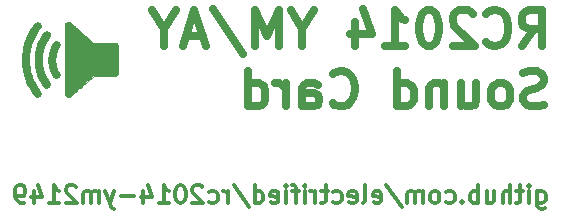
<source format=gbr>
G04 #@! TF.FileFunction,Legend,Bot*
%FSLAX46Y46*%
G04 Gerber Fmt 4.6, Leading zero omitted, Abs format (unit mm)*
G04 Created by KiCad (PCBNEW 4.0.6) date Sun Apr  2 22:38:37 2017*
%MOMM*%
%LPD*%
G01*
G04 APERTURE LIST*
%ADD10C,0.100000*%
%ADD11C,0.300000*%
%ADD12C,0.635000*%
%ADD13C,0.010000*%
G04 APERTURE END LIST*
D10*
D11*
X150019998Y-158428571D02*
X150019998Y-159642857D01*
X150091427Y-159785714D01*
X150162855Y-159857143D01*
X150305712Y-159928571D01*
X150519998Y-159928571D01*
X150662855Y-159857143D01*
X150019998Y-159357143D02*
X150162855Y-159428571D01*
X150448569Y-159428571D01*
X150591427Y-159357143D01*
X150662855Y-159285714D01*
X150734284Y-159142857D01*
X150734284Y-158714286D01*
X150662855Y-158571429D01*
X150591427Y-158500000D01*
X150448569Y-158428571D01*
X150162855Y-158428571D01*
X150019998Y-158500000D01*
X149305712Y-159428571D02*
X149305712Y-158428571D01*
X149305712Y-157928571D02*
X149377141Y-158000000D01*
X149305712Y-158071429D01*
X149234284Y-158000000D01*
X149305712Y-157928571D01*
X149305712Y-158071429D01*
X148805712Y-158428571D02*
X148234283Y-158428571D01*
X148591426Y-157928571D02*
X148591426Y-159214286D01*
X148519998Y-159357143D01*
X148377140Y-159428571D01*
X148234283Y-159428571D01*
X147734283Y-159428571D02*
X147734283Y-157928571D01*
X147091426Y-159428571D02*
X147091426Y-158642857D01*
X147162855Y-158500000D01*
X147305712Y-158428571D01*
X147519997Y-158428571D01*
X147662855Y-158500000D01*
X147734283Y-158571429D01*
X145734283Y-158428571D02*
X145734283Y-159428571D01*
X146377140Y-158428571D02*
X146377140Y-159214286D01*
X146305712Y-159357143D01*
X146162854Y-159428571D01*
X145948569Y-159428571D01*
X145805712Y-159357143D01*
X145734283Y-159285714D01*
X145019997Y-159428571D02*
X145019997Y-157928571D01*
X145019997Y-158500000D02*
X144877140Y-158428571D01*
X144591426Y-158428571D01*
X144448569Y-158500000D01*
X144377140Y-158571429D01*
X144305711Y-158714286D01*
X144305711Y-159142857D01*
X144377140Y-159285714D01*
X144448569Y-159357143D01*
X144591426Y-159428571D01*
X144877140Y-159428571D01*
X145019997Y-159357143D01*
X143662854Y-159285714D02*
X143591426Y-159357143D01*
X143662854Y-159428571D01*
X143734283Y-159357143D01*
X143662854Y-159285714D01*
X143662854Y-159428571D01*
X142305711Y-159357143D02*
X142448568Y-159428571D01*
X142734282Y-159428571D01*
X142877140Y-159357143D01*
X142948568Y-159285714D01*
X143019997Y-159142857D01*
X143019997Y-158714286D01*
X142948568Y-158571429D01*
X142877140Y-158500000D01*
X142734282Y-158428571D01*
X142448568Y-158428571D01*
X142305711Y-158500000D01*
X141448568Y-159428571D02*
X141591426Y-159357143D01*
X141662854Y-159285714D01*
X141734283Y-159142857D01*
X141734283Y-158714286D01*
X141662854Y-158571429D01*
X141591426Y-158500000D01*
X141448568Y-158428571D01*
X141234283Y-158428571D01*
X141091426Y-158500000D01*
X141019997Y-158571429D01*
X140948568Y-158714286D01*
X140948568Y-159142857D01*
X141019997Y-159285714D01*
X141091426Y-159357143D01*
X141234283Y-159428571D01*
X141448568Y-159428571D01*
X140305711Y-159428571D02*
X140305711Y-158428571D01*
X140305711Y-158571429D02*
X140234283Y-158500000D01*
X140091425Y-158428571D01*
X139877140Y-158428571D01*
X139734283Y-158500000D01*
X139662854Y-158642857D01*
X139662854Y-159428571D01*
X139662854Y-158642857D02*
X139591425Y-158500000D01*
X139448568Y-158428571D01*
X139234283Y-158428571D01*
X139091425Y-158500000D01*
X139019997Y-158642857D01*
X139019997Y-159428571D01*
X137234283Y-157857143D02*
X138519997Y-159785714D01*
X136162854Y-159357143D02*
X136305711Y-159428571D01*
X136591425Y-159428571D01*
X136734282Y-159357143D01*
X136805711Y-159214286D01*
X136805711Y-158642857D01*
X136734282Y-158500000D01*
X136591425Y-158428571D01*
X136305711Y-158428571D01*
X136162854Y-158500000D01*
X136091425Y-158642857D01*
X136091425Y-158785714D01*
X136805711Y-158928571D01*
X135234282Y-159428571D02*
X135377140Y-159357143D01*
X135448568Y-159214286D01*
X135448568Y-157928571D01*
X134091426Y-159357143D02*
X134234283Y-159428571D01*
X134519997Y-159428571D01*
X134662854Y-159357143D01*
X134734283Y-159214286D01*
X134734283Y-158642857D01*
X134662854Y-158500000D01*
X134519997Y-158428571D01*
X134234283Y-158428571D01*
X134091426Y-158500000D01*
X134019997Y-158642857D01*
X134019997Y-158785714D01*
X134734283Y-158928571D01*
X132734283Y-159357143D02*
X132877140Y-159428571D01*
X133162854Y-159428571D01*
X133305712Y-159357143D01*
X133377140Y-159285714D01*
X133448569Y-159142857D01*
X133448569Y-158714286D01*
X133377140Y-158571429D01*
X133305712Y-158500000D01*
X133162854Y-158428571D01*
X132877140Y-158428571D01*
X132734283Y-158500000D01*
X132305712Y-158428571D02*
X131734283Y-158428571D01*
X132091426Y-157928571D02*
X132091426Y-159214286D01*
X132019998Y-159357143D01*
X131877140Y-159428571D01*
X131734283Y-159428571D01*
X131234283Y-159428571D02*
X131234283Y-158428571D01*
X131234283Y-158714286D02*
X131162855Y-158571429D01*
X131091426Y-158500000D01*
X130948569Y-158428571D01*
X130805712Y-158428571D01*
X130305712Y-159428571D02*
X130305712Y-158428571D01*
X130305712Y-157928571D02*
X130377141Y-158000000D01*
X130305712Y-158071429D01*
X130234284Y-158000000D01*
X130305712Y-157928571D01*
X130305712Y-158071429D01*
X129805712Y-158428571D02*
X129234283Y-158428571D01*
X129591426Y-159428571D02*
X129591426Y-158142857D01*
X129519998Y-158000000D01*
X129377140Y-157928571D01*
X129234283Y-157928571D01*
X128734283Y-159428571D02*
X128734283Y-158428571D01*
X128734283Y-157928571D02*
X128805712Y-158000000D01*
X128734283Y-158071429D01*
X128662855Y-158000000D01*
X128734283Y-157928571D01*
X128734283Y-158071429D01*
X127448569Y-159357143D02*
X127591426Y-159428571D01*
X127877140Y-159428571D01*
X128019997Y-159357143D01*
X128091426Y-159214286D01*
X128091426Y-158642857D01*
X128019997Y-158500000D01*
X127877140Y-158428571D01*
X127591426Y-158428571D01*
X127448569Y-158500000D01*
X127377140Y-158642857D01*
X127377140Y-158785714D01*
X128091426Y-158928571D01*
X126091426Y-159428571D02*
X126091426Y-157928571D01*
X126091426Y-159357143D02*
X126234283Y-159428571D01*
X126519997Y-159428571D01*
X126662855Y-159357143D01*
X126734283Y-159285714D01*
X126805712Y-159142857D01*
X126805712Y-158714286D01*
X126734283Y-158571429D01*
X126662855Y-158500000D01*
X126519997Y-158428571D01*
X126234283Y-158428571D01*
X126091426Y-158500000D01*
X124305712Y-157857143D02*
X125591426Y-159785714D01*
X123805711Y-159428571D02*
X123805711Y-158428571D01*
X123805711Y-158714286D02*
X123734283Y-158571429D01*
X123662854Y-158500000D01*
X123519997Y-158428571D01*
X123377140Y-158428571D01*
X122234283Y-159357143D02*
X122377140Y-159428571D01*
X122662854Y-159428571D01*
X122805712Y-159357143D01*
X122877140Y-159285714D01*
X122948569Y-159142857D01*
X122948569Y-158714286D01*
X122877140Y-158571429D01*
X122805712Y-158500000D01*
X122662854Y-158428571D01*
X122377140Y-158428571D01*
X122234283Y-158500000D01*
X121662855Y-158071429D02*
X121591426Y-158000000D01*
X121448569Y-157928571D01*
X121091426Y-157928571D01*
X120948569Y-158000000D01*
X120877140Y-158071429D01*
X120805712Y-158214286D01*
X120805712Y-158357143D01*
X120877140Y-158571429D01*
X121734283Y-159428571D01*
X120805712Y-159428571D01*
X119877141Y-157928571D02*
X119734284Y-157928571D01*
X119591427Y-158000000D01*
X119519998Y-158071429D01*
X119448569Y-158214286D01*
X119377141Y-158500000D01*
X119377141Y-158857143D01*
X119448569Y-159142857D01*
X119519998Y-159285714D01*
X119591427Y-159357143D01*
X119734284Y-159428571D01*
X119877141Y-159428571D01*
X120019998Y-159357143D01*
X120091427Y-159285714D01*
X120162855Y-159142857D01*
X120234284Y-158857143D01*
X120234284Y-158500000D01*
X120162855Y-158214286D01*
X120091427Y-158071429D01*
X120019998Y-158000000D01*
X119877141Y-157928571D01*
X117948570Y-159428571D02*
X118805713Y-159428571D01*
X118377141Y-159428571D02*
X118377141Y-157928571D01*
X118519998Y-158142857D01*
X118662856Y-158285714D01*
X118805713Y-158357143D01*
X116662856Y-158428571D02*
X116662856Y-159428571D01*
X117019999Y-157857143D02*
X117377142Y-158928571D01*
X116448570Y-158928571D01*
X115877142Y-158857143D02*
X114734285Y-158857143D01*
X114162856Y-158428571D02*
X113805713Y-159428571D01*
X113448571Y-158428571D02*
X113805713Y-159428571D01*
X113948571Y-159785714D01*
X114019999Y-159857143D01*
X114162856Y-159928571D01*
X112877142Y-159428571D02*
X112877142Y-158428571D01*
X112877142Y-158571429D02*
X112805714Y-158500000D01*
X112662856Y-158428571D01*
X112448571Y-158428571D01*
X112305714Y-158500000D01*
X112234285Y-158642857D01*
X112234285Y-159428571D01*
X112234285Y-158642857D02*
X112162856Y-158500000D01*
X112019999Y-158428571D01*
X111805714Y-158428571D01*
X111662856Y-158500000D01*
X111591428Y-158642857D01*
X111591428Y-159428571D01*
X110948571Y-158071429D02*
X110877142Y-158000000D01*
X110734285Y-157928571D01*
X110377142Y-157928571D01*
X110234285Y-158000000D01*
X110162856Y-158071429D01*
X110091428Y-158214286D01*
X110091428Y-158357143D01*
X110162856Y-158571429D01*
X111019999Y-159428571D01*
X110091428Y-159428571D01*
X108662857Y-159428571D02*
X109520000Y-159428571D01*
X109091428Y-159428571D02*
X109091428Y-157928571D01*
X109234285Y-158142857D01*
X109377143Y-158285714D01*
X109520000Y-158357143D01*
X107377143Y-158428571D02*
X107377143Y-159428571D01*
X107734286Y-157857143D02*
X108091429Y-158928571D01*
X107162857Y-158928571D01*
X106520001Y-159428571D02*
X106234286Y-159428571D01*
X106091429Y-159357143D01*
X106020001Y-159285714D01*
X105877143Y-159071429D01*
X105805715Y-158785714D01*
X105805715Y-158214286D01*
X105877143Y-158071429D01*
X105948572Y-158000000D01*
X106091429Y-157928571D01*
X106377143Y-157928571D01*
X106520001Y-158000000D01*
X106591429Y-158071429D01*
X106662858Y-158214286D01*
X106662858Y-158571429D01*
X106591429Y-158714286D01*
X106520001Y-158785714D01*
X106377143Y-158857143D01*
X106091429Y-158857143D01*
X105948572Y-158785714D01*
X105877143Y-158714286D01*
X105805715Y-158571429D01*
D12*
X148701429Y-146104563D02*
X149701429Y-144675991D01*
X150415714Y-146104563D02*
X150415714Y-143104563D01*
X149272857Y-143104563D01*
X148987143Y-143247420D01*
X148844286Y-143390277D01*
X148701429Y-143675991D01*
X148701429Y-144104563D01*
X148844286Y-144390277D01*
X148987143Y-144533134D01*
X149272857Y-144675991D01*
X150415714Y-144675991D01*
X145701429Y-145818849D02*
X145844286Y-145961706D01*
X146272857Y-146104563D01*
X146558571Y-146104563D01*
X146987143Y-145961706D01*
X147272857Y-145675991D01*
X147415714Y-145390277D01*
X147558571Y-144818849D01*
X147558571Y-144390277D01*
X147415714Y-143818849D01*
X147272857Y-143533134D01*
X146987143Y-143247420D01*
X146558571Y-143104563D01*
X146272857Y-143104563D01*
X145844286Y-143247420D01*
X145701429Y-143390277D01*
X144558571Y-143390277D02*
X144415714Y-143247420D01*
X144130000Y-143104563D01*
X143415714Y-143104563D01*
X143130000Y-143247420D01*
X142987143Y-143390277D01*
X142844286Y-143675991D01*
X142844286Y-143961706D01*
X142987143Y-144390277D01*
X144701429Y-146104563D01*
X142844286Y-146104563D01*
X140987143Y-143104563D02*
X140701428Y-143104563D01*
X140415714Y-143247420D01*
X140272857Y-143390277D01*
X140130000Y-143675991D01*
X139987143Y-144247420D01*
X139987143Y-144961706D01*
X140130000Y-145533134D01*
X140272857Y-145818849D01*
X140415714Y-145961706D01*
X140701428Y-146104563D01*
X140987143Y-146104563D01*
X141272857Y-145961706D01*
X141415714Y-145818849D01*
X141558571Y-145533134D01*
X141701428Y-144961706D01*
X141701428Y-144247420D01*
X141558571Y-143675991D01*
X141415714Y-143390277D01*
X141272857Y-143247420D01*
X140987143Y-143104563D01*
X137130000Y-146104563D02*
X138844285Y-146104563D01*
X137987143Y-146104563D02*
X137987143Y-143104563D01*
X138272857Y-143533134D01*
X138558571Y-143818849D01*
X138844285Y-143961706D01*
X134558571Y-144104563D02*
X134558571Y-146104563D01*
X135272857Y-142961706D02*
X135987142Y-145104563D01*
X134130000Y-145104563D01*
X130130000Y-144675991D02*
X130130000Y-146104563D01*
X131130000Y-143104563D02*
X130130000Y-144675991D01*
X129130000Y-143104563D01*
X128129999Y-146104563D02*
X128129999Y-143104563D01*
X127129999Y-145247420D01*
X126129999Y-143104563D01*
X126129999Y-146104563D01*
X122558571Y-142961706D02*
X125130000Y-146818849D01*
X121701428Y-145247420D02*
X120272857Y-145247420D01*
X121987143Y-146104563D02*
X120987143Y-143104563D01*
X119987143Y-146104563D01*
X118415714Y-144675991D02*
X118415714Y-146104563D01*
X119415714Y-143104563D02*
X118415714Y-144675991D01*
X117415714Y-143104563D01*
X150558571Y-151096706D02*
X150130000Y-151239563D01*
X149415714Y-151239563D01*
X149130000Y-151096706D01*
X148987143Y-150953849D01*
X148844286Y-150668134D01*
X148844286Y-150382420D01*
X148987143Y-150096706D01*
X149130000Y-149953849D01*
X149415714Y-149810991D01*
X149987143Y-149668134D01*
X150272857Y-149525277D01*
X150415714Y-149382420D01*
X150558571Y-149096706D01*
X150558571Y-148810991D01*
X150415714Y-148525277D01*
X150272857Y-148382420D01*
X149987143Y-148239563D01*
X149272857Y-148239563D01*
X148844286Y-148382420D01*
X147130000Y-151239563D02*
X147415714Y-151096706D01*
X147558571Y-150953849D01*
X147701428Y-150668134D01*
X147701428Y-149810991D01*
X147558571Y-149525277D01*
X147415714Y-149382420D01*
X147130000Y-149239563D01*
X146701428Y-149239563D01*
X146415714Y-149382420D01*
X146272857Y-149525277D01*
X146130000Y-149810991D01*
X146130000Y-150668134D01*
X146272857Y-150953849D01*
X146415714Y-151096706D01*
X146701428Y-151239563D01*
X147130000Y-151239563D01*
X143558571Y-149239563D02*
X143558571Y-151239563D01*
X144844285Y-149239563D02*
X144844285Y-150810991D01*
X144701428Y-151096706D01*
X144415714Y-151239563D01*
X143987142Y-151239563D01*
X143701428Y-151096706D01*
X143558571Y-150953849D01*
X142129999Y-149239563D02*
X142129999Y-151239563D01*
X142129999Y-149525277D02*
X141987142Y-149382420D01*
X141701428Y-149239563D01*
X141272856Y-149239563D01*
X140987142Y-149382420D01*
X140844285Y-149668134D01*
X140844285Y-151239563D01*
X138129999Y-151239563D02*
X138129999Y-148239563D01*
X138129999Y-151096706D02*
X138415713Y-151239563D01*
X138987142Y-151239563D01*
X139272856Y-151096706D01*
X139415713Y-150953849D01*
X139558570Y-150668134D01*
X139558570Y-149810991D01*
X139415713Y-149525277D01*
X139272856Y-149382420D01*
X138987142Y-149239563D01*
X138415713Y-149239563D01*
X138129999Y-149382420D01*
X132701428Y-150953849D02*
X132844285Y-151096706D01*
X133272856Y-151239563D01*
X133558570Y-151239563D01*
X133987142Y-151096706D01*
X134272856Y-150810991D01*
X134415713Y-150525277D01*
X134558570Y-149953849D01*
X134558570Y-149525277D01*
X134415713Y-148953849D01*
X134272856Y-148668134D01*
X133987142Y-148382420D01*
X133558570Y-148239563D01*
X133272856Y-148239563D01*
X132844285Y-148382420D01*
X132701428Y-148525277D01*
X130129999Y-151239563D02*
X130129999Y-149668134D01*
X130272856Y-149382420D01*
X130558570Y-149239563D01*
X131129999Y-149239563D01*
X131415713Y-149382420D01*
X130129999Y-151096706D02*
X130415713Y-151239563D01*
X131129999Y-151239563D01*
X131415713Y-151096706D01*
X131558570Y-150810991D01*
X131558570Y-150525277D01*
X131415713Y-150239563D01*
X131129999Y-150096706D01*
X130415713Y-150096706D01*
X130129999Y-149953849D01*
X128701427Y-151239563D02*
X128701427Y-149239563D01*
X128701427Y-149810991D02*
X128558570Y-149525277D01*
X128415713Y-149382420D01*
X128129999Y-149239563D01*
X127844284Y-149239563D01*
X125558570Y-151239563D02*
X125558570Y-148239563D01*
X125558570Y-151096706D02*
X125844284Y-151239563D01*
X126415713Y-151239563D01*
X126701427Y-151096706D01*
X126844284Y-150953849D01*
X126987141Y-150668134D01*
X126987141Y-149810991D01*
X126844284Y-149525277D01*
X126701427Y-149382420D01*
X126415713Y-149239563D01*
X125844284Y-149239563D01*
X125558570Y-149382420D01*
D13*
G36*
X110252092Y-144093368D02*
X110222931Y-144098783D01*
X110216156Y-144100716D01*
X110169828Y-144119085D01*
X110128301Y-144143528D01*
X110091978Y-144173577D01*
X110061260Y-144208760D01*
X110036552Y-144248606D01*
X110018255Y-144292646D01*
X110006773Y-144340407D01*
X110005852Y-144346514D01*
X110005556Y-144351221D01*
X110005274Y-144361123D01*
X110005006Y-144376309D01*
X110004751Y-144396873D01*
X110004510Y-144422907D01*
X110004283Y-144454502D01*
X110004069Y-144491751D01*
X110003868Y-144534745D01*
X110003680Y-144583577D01*
X110003506Y-144638339D01*
X110003344Y-144699122D01*
X110003196Y-144766019D01*
X110003060Y-144839122D01*
X110002937Y-144918523D01*
X110002826Y-145004313D01*
X110002728Y-145096585D01*
X110002642Y-145195430D01*
X110002569Y-145300942D01*
X110002508Y-145413211D01*
X110002458Y-145532331D01*
X110002421Y-145658392D01*
X110002396Y-145791487D01*
X110002383Y-145931708D01*
X110002381Y-146079146D01*
X110002391Y-146233895D01*
X110002412Y-146396046D01*
X110002445Y-146565691D01*
X110002488Y-146742921D01*
X110002544Y-146927830D01*
X110002610Y-147120509D01*
X110002672Y-147284282D01*
X110002745Y-147466636D01*
X110002817Y-147641223D01*
X110002887Y-147808213D01*
X110002956Y-147967777D01*
X110003025Y-148120083D01*
X110003095Y-148265303D01*
X110003164Y-148403607D01*
X110003236Y-148535164D01*
X110003308Y-148660146D01*
X110003383Y-148778722D01*
X110003461Y-148891062D01*
X110003541Y-148997337D01*
X110003625Y-149097717D01*
X110003713Y-149192372D01*
X110003806Y-149281472D01*
X110003903Y-149365187D01*
X110004006Y-149443688D01*
X110004115Y-149517145D01*
X110004230Y-149585728D01*
X110004353Y-149649607D01*
X110004482Y-149708952D01*
X110004619Y-149763935D01*
X110004765Y-149814723D01*
X110004920Y-149861489D01*
X110005083Y-149904402D01*
X110005257Y-149943633D01*
X110005441Y-149979351D01*
X110005635Y-150011726D01*
X110005841Y-150040930D01*
X110006058Y-150067132D01*
X110006288Y-150090502D01*
X110006530Y-150111210D01*
X110006785Y-150129428D01*
X110007054Y-150145324D01*
X110007337Y-150159070D01*
X110007634Y-150170834D01*
X110007946Y-150180789D01*
X110008274Y-150189103D01*
X110008618Y-150195947D01*
X110008978Y-150201491D01*
X110009355Y-150205905D01*
X110009750Y-150209360D01*
X110010162Y-150212025D01*
X110010593Y-150214071D01*
X110010899Y-150215203D01*
X110018282Y-150236457D01*
X110028259Y-150260312D01*
X110039461Y-150283801D01*
X110050522Y-150303955D01*
X110055119Y-150311189D01*
X110070407Y-150330654D01*
X110090294Y-150351521D01*
X110112366Y-150371473D01*
X110134211Y-150388191D01*
X110137720Y-150390540D01*
X110178719Y-150412751D01*
X110222908Y-150428312D01*
X110268921Y-150436930D01*
X110315392Y-150438316D01*
X110346646Y-150434964D01*
X110378757Y-150427236D01*
X110412418Y-150414983D01*
X110443896Y-150399606D01*
X110449542Y-150396316D01*
X110455032Y-150392216D01*
X110466377Y-150383022D01*
X110483445Y-150368848D01*
X110506101Y-150349809D01*
X110534213Y-150326019D01*
X110567647Y-150297594D01*
X110606268Y-150264647D01*
X110649945Y-150227293D01*
X110698543Y-150185647D01*
X110751929Y-150139824D01*
X110809970Y-150089938D01*
X110872531Y-150036103D01*
X110939480Y-149978435D01*
X111010682Y-149917048D01*
X111086005Y-149852056D01*
X111165316Y-149783574D01*
X111248479Y-149711717D01*
X111335363Y-149636600D01*
X111425833Y-149558336D01*
X111464328Y-149525022D01*
X112452547Y-148669711D01*
X113350127Y-148669543D01*
X113451367Y-148669527D01*
X113544984Y-148669513D01*
X113631292Y-148669495D01*
X113710606Y-148669465D01*
X113783240Y-148669417D01*
X113849508Y-148669344D01*
X113909725Y-148669240D01*
X113964206Y-148669096D01*
X114013264Y-148668907D01*
X114057214Y-148668666D01*
X114096370Y-148668366D01*
X114131047Y-148667999D01*
X114161559Y-148667560D01*
X114188221Y-148667041D01*
X114211346Y-148666435D01*
X114231250Y-148665736D01*
X114248247Y-148664936D01*
X114262650Y-148664030D01*
X114274776Y-148663009D01*
X114284937Y-148661868D01*
X114293448Y-148660599D01*
X114300623Y-148659196D01*
X114306778Y-148657651D01*
X114312226Y-148655958D01*
X114317282Y-148654111D01*
X114322260Y-148652101D01*
X114327475Y-148649923D01*
X114331707Y-148648184D01*
X114366377Y-148631862D01*
X114396985Y-148612045D01*
X114426414Y-148586819D01*
X114431297Y-148582063D01*
X114462598Y-148546182D01*
X114487248Y-148506711D01*
X114505154Y-148464985D01*
X114516297Y-148433235D01*
X114517393Y-147264438D01*
X114517507Y-147148632D01*
X114517622Y-147040491D01*
X114517731Y-146939742D01*
X114517829Y-146846113D01*
X114517909Y-146759330D01*
X114517967Y-146679123D01*
X114517997Y-146605216D01*
X114517992Y-146537339D01*
X114517947Y-146475219D01*
X114517856Y-146418582D01*
X114517714Y-146367157D01*
X114517514Y-146320670D01*
X114517250Y-146278849D01*
X114516918Y-146241421D01*
X114516511Y-146208114D01*
X114516024Y-146178655D01*
X114515450Y-146152772D01*
X114514784Y-146130191D01*
X114514021Y-146110641D01*
X114513153Y-146093848D01*
X114512177Y-146079540D01*
X114511085Y-146067444D01*
X114509872Y-146057288D01*
X114508533Y-146048799D01*
X114507061Y-146041705D01*
X114505451Y-146035732D01*
X114503696Y-146030608D01*
X114501792Y-146026061D01*
X114499733Y-146021818D01*
X114497512Y-146017606D01*
X114495124Y-146013153D01*
X114492563Y-146008186D01*
X114490712Y-146004360D01*
X114466725Y-145962247D01*
X114436799Y-145925240D01*
X114401345Y-145893684D01*
X114360774Y-145867921D01*
X114315497Y-145848296D01*
X114297169Y-145842526D01*
X114266266Y-145833740D01*
X113344393Y-145832640D01*
X112422521Y-145831540D01*
X111455166Y-144994856D01*
X111379128Y-144929099D01*
X111304536Y-144864610D01*
X111231621Y-144801590D01*
X111160613Y-144740234D01*
X111091740Y-144680743D01*
X111025234Y-144623313D01*
X110961323Y-144568143D01*
X110900239Y-144515431D01*
X110842210Y-144465375D01*
X110787467Y-144418173D01*
X110736239Y-144374024D01*
X110688756Y-144333125D01*
X110645249Y-144295675D01*
X110605947Y-144261871D01*
X110571079Y-144231912D01*
X110540877Y-144205997D01*
X110515569Y-144184322D01*
X110495386Y-144167087D01*
X110480557Y-144154489D01*
X110471313Y-144146726D01*
X110468069Y-144144114D01*
X110435656Y-144124016D01*
X110400038Y-144108043D01*
X110378775Y-144100737D01*
X110351193Y-144094541D01*
X110319021Y-144091247D01*
X110285055Y-144090856D01*
X110252092Y-144093368D01*
X110252092Y-144093368D01*
G37*
X110252092Y-144093368D02*
X110222931Y-144098783D01*
X110216156Y-144100716D01*
X110169828Y-144119085D01*
X110128301Y-144143528D01*
X110091978Y-144173577D01*
X110061260Y-144208760D01*
X110036552Y-144248606D01*
X110018255Y-144292646D01*
X110006773Y-144340407D01*
X110005852Y-144346514D01*
X110005556Y-144351221D01*
X110005274Y-144361123D01*
X110005006Y-144376309D01*
X110004751Y-144396873D01*
X110004510Y-144422907D01*
X110004283Y-144454502D01*
X110004069Y-144491751D01*
X110003868Y-144534745D01*
X110003680Y-144583577D01*
X110003506Y-144638339D01*
X110003344Y-144699122D01*
X110003196Y-144766019D01*
X110003060Y-144839122D01*
X110002937Y-144918523D01*
X110002826Y-145004313D01*
X110002728Y-145096585D01*
X110002642Y-145195430D01*
X110002569Y-145300942D01*
X110002508Y-145413211D01*
X110002458Y-145532331D01*
X110002421Y-145658392D01*
X110002396Y-145791487D01*
X110002383Y-145931708D01*
X110002381Y-146079146D01*
X110002391Y-146233895D01*
X110002412Y-146396046D01*
X110002445Y-146565691D01*
X110002488Y-146742921D01*
X110002544Y-146927830D01*
X110002610Y-147120509D01*
X110002672Y-147284282D01*
X110002745Y-147466636D01*
X110002817Y-147641223D01*
X110002887Y-147808213D01*
X110002956Y-147967777D01*
X110003025Y-148120083D01*
X110003095Y-148265303D01*
X110003164Y-148403607D01*
X110003236Y-148535164D01*
X110003308Y-148660146D01*
X110003383Y-148778722D01*
X110003461Y-148891062D01*
X110003541Y-148997337D01*
X110003625Y-149097717D01*
X110003713Y-149192372D01*
X110003806Y-149281472D01*
X110003903Y-149365187D01*
X110004006Y-149443688D01*
X110004115Y-149517145D01*
X110004230Y-149585728D01*
X110004353Y-149649607D01*
X110004482Y-149708952D01*
X110004619Y-149763935D01*
X110004765Y-149814723D01*
X110004920Y-149861489D01*
X110005083Y-149904402D01*
X110005257Y-149943633D01*
X110005441Y-149979351D01*
X110005635Y-150011726D01*
X110005841Y-150040930D01*
X110006058Y-150067132D01*
X110006288Y-150090502D01*
X110006530Y-150111210D01*
X110006785Y-150129428D01*
X110007054Y-150145324D01*
X110007337Y-150159070D01*
X110007634Y-150170834D01*
X110007946Y-150180789D01*
X110008274Y-150189103D01*
X110008618Y-150195947D01*
X110008978Y-150201491D01*
X110009355Y-150205905D01*
X110009750Y-150209360D01*
X110010162Y-150212025D01*
X110010593Y-150214071D01*
X110010899Y-150215203D01*
X110018282Y-150236457D01*
X110028259Y-150260312D01*
X110039461Y-150283801D01*
X110050522Y-150303955D01*
X110055119Y-150311189D01*
X110070407Y-150330654D01*
X110090294Y-150351521D01*
X110112366Y-150371473D01*
X110134211Y-150388191D01*
X110137720Y-150390540D01*
X110178719Y-150412751D01*
X110222908Y-150428312D01*
X110268921Y-150436930D01*
X110315392Y-150438316D01*
X110346646Y-150434964D01*
X110378757Y-150427236D01*
X110412418Y-150414983D01*
X110443896Y-150399606D01*
X110449542Y-150396316D01*
X110455032Y-150392216D01*
X110466377Y-150383022D01*
X110483445Y-150368848D01*
X110506101Y-150349809D01*
X110534213Y-150326019D01*
X110567647Y-150297594D01*
X110606268Y-150264647D01*
X110649945Y-150227293D01*
X110698543Y-150185647D01*
X110751929Y-150139824D01*
X110809970Y-150089938D01*
X110872531Y-150036103D01*
X110939480Y-149978435D01*
X111010682Y-149917048D01*
X111086005Y-149852056D01*
X111165316Y-149783574D01*
X111248479Y-149711717D01*
X111335363Y-149636600D01*
X111425833Y-149558336D01*
X111464328Y-149525022D01*
X112452547Y-148669711D01*
X113350127Y-148669543D01*
X113451367Y-148669527D01*
X113544984Y-148669513D01*
X113631292Y-148669495D01*
X113710606Y-148669465D01*
X113783240Y-148669417D01*
X113849508Y-148669344D01*
X113909725Y-148669240D01*
X113964206Y-148669096D01*
X114013264Y-148668907D01*
X114057214Y-148668666D01*
X114096370Y-148668366D01*
X114131047Y-148667999D01*
X114161559Y-148667560D01*
X114188221Y-148667041D01*
X114211346Y-148666435D01*
X114231250Y-148665736D01*
X114248247Y-148664936D01*
X114262650Y-148664030D01*
X114274776Y-148663009D01*
X114284937Y-148661868D01*
X114293448Y-148660599D01*
X114300623Y-148659196D01*
X114306778Y-148657651D01*
X114312226Y-148655958D01*
X114317282Y-148654111D01*
X114322260Y-148652101D01*
X114327475Y-148649923D01*
X114331707Y-148648184D01*
X114366377Y-148631862D01*
X114396985Y-148612045D01*
X114426414Y-148586819D01*
X114431297Y-148582063D01*
X114462598Y-148546182D01*
X114487248Y-148506711D01*
X114505154Y-148464985D01*
X114516297Y-148433235D01*
X114517393Y-147264438D01*
X114517507Y-147148632D01*
X114517622Y-147040491D01*
X114517731Y-146939742D01*
X114517829Y-146846113D01*
X114517909Y-146759330D01*
X114517967Y-146679123D01*
X114517997Y-146605216D01*
X114517992Y-146537339D01*
X114517947Y-146475219D01*
X114517856Y-146418582D01*
X114517714Y-146367157D01*
X114517514Y-146320670D01*
X114517250Y-146278849D01*
X114516918Y-146241421D01*
X114516511Y-146208114D01*
X114516024Y-146178655D01*
X114515450Y-146152772D01*
X114514784Y-146130191D01*
X114514021Y-146110641D01*
X114513153Y-146093848D01*
X114512177Y-146079540D01*
X114511085Y-146067444D01*
X114509872Y-146057288D01*
X114508533Y-146048799D01*
X114507061Y-146041705D01*
X114505451Y-146035732D01*
X114503696Y-146030608D01*
X114501792Y-146026061D01*
X114499733Y-146021818D01*
X114497512Y-146017606D01*
X114495124Y-146013153D01*
X114492563Y-146008186D01*
X114490712Y-146004360D01*
X114466725Y-145962247D01*
X114436799Y-145925240D01*
X114401345Y-145893684D01*
X114360774Y-145867921D01*
X114315497Y-145848296D01*
X114297169Y-145842526D01*
X114266266Y-145833740D01*
X113344393Y-145832640D01*
X112422521Y-145831540D01*
X111455166Y-144994856D01*
X111379128Y-144929099D01*
X111304536Y-144864610D01*
X111231621Y-144801590D01*
X111160613Y-144740234D01*
X111091740Y-144680743D01*
X111025234Y-144623313D01*
X110961323Y-144568143D01*
X110900239Y-144515431D01*
X110842210Y-144465375D01*
X110787467Y-144418173D01*
X110736239Y-144374024D01*
X110688756Y-144333125D01*
X110645249Y-144295675D01*
X110605947Y-144261871D01*
X110571079Y-144231912D01*
X110540877Y-144205997D01*
X110515569Y-144184322D01*
X110495386Y-144167087D01*
X110480557Y-144154489D01*
X110471313Y-144146726D01*
X110468069Y-144144114D01*
X110435656Y-144124016D01*
X110400038Y-144108043D01*
X110378775Y-144100737D01*
X110351193Y-144094541D01*
X110319021Y-144091247D01*
X110285055Y-144090856D01*
X110252092Y-144093368D01*
G36*
X107623940Y-144124667D02*
X107579925Y-144137600D01*
X107536621Y-144157857D01*
X107530390Y-144161452D01*
X107511055Y-144174812D01*
X107489954Y-144193196D01*
X107466642Y-144217070D01*
X107440673Y-144246899D01*
X107411604Y-144283148D01*
X107401853Y-144295813D01*
X107283224Y-144457583D01*
X107171812Y-144622615D01*
X107067648Y-144790827D01*
X106970764Y-144962138D01*
X106881191Y-145136466D01*
X106798960Y-145313729D01*
X106724103Y-145493847D01*
X106656650Y-145676737D01*
X106596632Y-145862319D01*
X106544081Y-146050511D01*
X106499029Y-146241232D01*
X106461505Y-146434399D01*
X106431541Y-146629933D01*
X106409169Y-146827750D01*
X106402372Y-146907250D01*
X106396629Y-146995665D01*
X106392586Y-147089911D01*
X106390243Y-147188068D01*
X106389600Y-147288214D01*
X106390657Y-147388429D01*
X106393414Y-147486790D01*
X106397870Y-147581377D01*
X106402383Y-147649407D01*
X106421172Y-147845543D01*
X106447714Y-148040104D01*
X106481947Y-148232915D01*
X106523812Y-148423799D01*
X106573249Y-148612583D01*
X106630196Y-148799091D01*
X106694593Y-148983148D01*
X106766381Y-149164580D01*
X106845498Y-149343210D01*
X106931883Y-149518865D01*
X107025478Y-149691368D01*
X107126220Y-149860546D01*
X107211638Y-149992953D01*
X107236965Y-150030436D01*
X107263521Y-150068925D01*
X107290745Y-150107665D01*
X107318076Y-150145898D01*
X107344953Y-150182867D01*
X107370816Y-150217815D01*
X107395105Y-150249985D01*
X107417258Y-150278619D01*
X107436716Y-150302960D01*
X107452917Y-150322252D01*
X107465302Y-150335737D01*
X107465817Y-150336251D01*
X107501588Y-150366433D01*
X107541485Y-150390512D01*
X107584431Y-150408125D01*
X107629347Y-150418910D01*
X107675155Y-150422505D01*
X107713952Y-150419642D01*
X107758507Y-150409355D01*
X107803412Y-150391462D01*
X107813078Y-150386650D01*
X107841422Y-150368929D01*
X107869846Y-150345563D01*
X107896342Y-150318563D01*
X107918898Y-150289940D01*
X107933093Y-150266573D01*
X107952702Y-150220598D01*
X107964430Y-150173999D01*
X107968265Y-150126969D01*
X107964193Y-150079704D01*
X107952201Y-150032395D01*
X107949675Y-150025188D01*
X107944597Y-150012349D01*
X107938460Y-149999316D01*
X107930710Y-149985241D01*
X107920795Y-149969275D01*
X107908163Y-149950572D01*
X107892259Y-149928285D01*
X107872532Y-149901565D01*
X107848429Y-149869565D01*
X107846487Y-149867005D01*
X107739314Y-149719188D01*
X107638586Y-149566756D01*
X107544355Y-149409800D01*
X107456674Y-149248409D01*
X107375595Y-149082672D01*
X107324043Y-148967032D01*
X107255863Y-148797949D01*
X107195097Y-148626212D01*
X107141783Y-148452092D01*
X107095957Y-148275860D01*
X107057655Y-148097786D01*
X107026912Y-147918140D01*
X107003765Y-147737194D01*
X106988250Y-147555218D01*
X106980403Y-147372482D01*
X106980261Y-147189257D01*
X106987859Y-147005815D01*
X107003234Y-146822424D01*
X107019628Y-146686985D01*
X107048440Y-146505814D01*
X107084981Y-146326300D01*
X107129176Y-146148658D01*
X107180947Y-145973106D01*
X107240220Y-145799860D01*
X107306917Y-145629136D01*
X107380963Y-145461150D01*
X107462282Y-145296119D01*
X107550796Y-145134259D01*
X107589825Y-145067735D01*
X107649846Y-144970812D01*
X107715016Y-144871746D01*
X107783832Y-144772727D01*
X107854792Y-144675945D01*
X107891845Y-144627480D01*
X107918441Y-144591674D01*
X107939442Y-144559602D01*
X107955382Y-144529950D01*
X107966795Y-144501408D01*
X107974215Y-144472664D01*
X107978176Y-144442406D01*
X107979225Y-144412891D01*
X107975608Y-144365335D01*
X107965174Y-144320888D01*
X107948552Y-144279900D01*
X107926368Y-144242723D01*
X107899250Y-144209709D01*
X107867824Y-144181208D01*
X107832718Y-144157572D01*
X107794559Y-144139153D01*
X107753975Y-144126301D01*
X107711592Y-144119369D01*
X107668038Y-144118707D01*
X107623940Y-144124667D01*
X107623940Y-144124667D01*
G37*
X107623940Y-144124667D02*
X107579925Y-144137600D01*
X107536621Y-144157857D01*
X107530390Y-144161452D01*
X107511055Y-144174812D01*
X107489954Y-144193196D01*
X107466642Y-144217070D01*
X107440673Y-144246899D01*
X107411604Y-144283148D01*
X107401853Y-144295813D01*
X107283224Y-144457583D01*
X107171812Y-144622615D01*
X107067648Y-144790827D01*
X106970764Y-144962138D01*
X106881191Y-145136466D01*
X106798960Y-145313729D01*
X106724103Y-145493847D01*
X106656650Y-145676737D01*
X106596632Y-145862319D01*
X106544081Y-146050511D01*
X106499029Y-146241232D01*
X106461505Y-146434399D01*
X106431541Y-146629933D01*
X106409169Y-146827750D01*
X106402372Y-146907250D01*
X106396629Y-146995665D01*
X106392586Y-147089911D01*
X106390243Y-147188068D01*
X106389600Y-147288214D01*
X106390657Y-147388429D01*
X106393414Y-147486790D01*
X106397870Y-147581377D01*
X106402383Y-147649407D01*
X106421172Y-147845543D01*
X106447714Y-148040104D01*
X106481947Y-148232915D01*
X106523812Y-148423799D01*
X106573249Y-148612583D01*
X106630196Y-148799091D01*
X106694593Y-148983148D01*
X106766381Y-149164580D01*
X106845498Y-149343210D01*
X106931883Y-149518865D01*
X107025478Y-149691368D01*
X107126220Y-149860546D01*
X107211638Y-149992953D01*
X107236965Y-150030436D01*
X107263521Y-150068925D01*
X107290745Y-150107665D01*
X107318076Y-150145898D01*
X107344953Y-150182867D01*
X107370816Y-150217815D01*
X107395105Y-150249985D01*
X107417258Y-150278619D01*
X107436716Y-150302960D01*
X107452917Y-150322252D01*
X107465302Y-150335737D01*
X107465817Y-150336251D01*
X107501588Y-150366433D01*
X107541485Y-150390512D01*
X107584431Y-150408125D01*
X107629347Y-150418910D01*
X107675155Y-150422505D01*
X107713952Y-150419642D01*
X107758507Y-150409355D01*
X107803412Y-150391462D01*
X107813078Y-150386650D01*
X107841422Y-150368929D01*
X107869846Y-150345563D01*
X107896342Y-150318563D01*
X107918898Y-150289940D01*
X107933093Y-150266573D01*
X107952702Y-150220598D01*
X107964430Y-150173999D01*
X107968265Y-150126969D01*
X107964193Y-150079704D01*
X107952201Y-150032395D01*
X107949675Y-150025188D01*
X107944597Y-150012349D01*
X107938460Y-149999316D01*
X107930710Y-149985241D01*
X107920795Y-149969275D01*
X107908163Y-149950572D01*
X107892259Y-149928285D01*
X107872532Y-149901565D01*
X107848429Y-149869565D01*
X107846487Y-149867005D01*
X107739314Y-149719188D01*
X107638586Y-149566756D01*
X107544355Y-149409800D01*
X107456674Y-149248409D01*
X107375595Y-149082672D01*
X107324043Y-148967032D01*
X107255863Y-148797949D01*
X107195097Y-148626212D01*
X107141783Y-148452092D01*
X107095957Y-148275860D01*
X107057655Y-148097786D01*
X107026912Y-147918140D01*
X107003765Y-147737194D01*
X106988250Y-147555218D01*
X106980403Y-147372482D01*
X106980261Y-147189257D01*
X106987859Y-147005815D01*
X107003234Y-146822424D01*
X107019628Y-146686985D01*
X107048440Y-146505814D01*
X107084981Y-146326300D01*
X107129176Y-146148658D01*
X107180947Y-145973106D01*
X107240220Y-145799860D01*
X107306917Y-145629136D01*
X107380963Y-145461150D01*
X107462282Y-145296119D01*
X107550796Y-145134259D01*
X107589825Y-145067735D01*
X107649846Y-144970812D01*
X107715016Y-144871746D01*
X107783832Y-144772727D01*
X107854792Y-144675945D01*
X107891845Y-144627480D01*
X107918441Y-144591674D01*
X107939442Y-144559602D01*
X107955382Y-144529950D01*
X107966795Y-144501408D01*
X107974215Y-144472664D01*
X107978176Y-144442406D01*
X107979225Y-144412891D01*
X107975608Y-144365335D01*
X107965174Y-144320888D01*
X107948552Y-144279900D01*
X107926368Y-144242723D01*
X107899250Y-144209709D01*
X107867824Y-144181208D01*
X107832718Y-144157572D01*
X107794559Y-144139153D01*
X107753975Y-144126301D01*
X107711592Y-144119369D01*
X107668038Y-144118707D01*
X107623940Y-144124667D01*
G36*
X108407097Y-144889188D02*
X108362111Y-144899864D01*
X108319117Y-144917642D01*
X108282000Y-144940303D01*
X108264635Y-144953657D01*
X108248548Y-144968088D01*
X108232581Y-144984863D01*
X108215575Y-145005249D01*
X108196371Y-145030515D01*
X108184256Y-145047225D01*
X108085318Y-145192069D01*
X107993427Y-145340404D01*
X107908656Y-145492055D01*
X107831077Y-145646849D01*
X107760761Y-145804611D01*
X107697780Y-145965169D01*
X107642207Y-146128349D01*
X107594113Y-146293976D01*
X107553569Y-146461877D01*
X107520649Y-146631879D01*
X107515461Y-146663172D01*
X107503103Y-146743789D01*
X107492860Y-146820154D01*
X107484560Y-146894245D01*
X107478030Y-146968038D01*
X107473098Y-147043511D01*
X107469593Y-147122642D01*
X107467342Y-147207407D01*
X107467135Y-147218797D01*
X107468056Y-147392813D01*
X107476824Y-147565821D01*
X107493389Y-147737639D01*
X107517704Y-147908090D01*
X107549722Y-148076992D01*
X107589392Y-148244167D01*
X107636669Y-148409434D01*
X107691503Y-148572614D01*
X107753847Y-148733526D01*
X107823652Y-148891991D01*
X107900871Y-149047830D01*
X107985455Y-149200862D01*
X108006699Y-149236907D01*
X108025484Y-149267837D01*
X108046239Y-149301035D01*
X108068369Y-149335626D01*
X108091281Y-149370734D01*
X108114379Y-149405483D01*
X108137069Y-149438998D01*
X108158757Y-149470404D01*
X108178848Y-149498824D01*
X108196748Y-149523384D01*
X108211862Y-149543208D01*
X108223595Y-149557420D01*
X108226466Y-149560562D01*
X108261968Y-149592407D01*
X108302347Y-149618610D01*
X108346078Y-149638220D01*
X108356797Y-149641806D01*
X108383845Y-149647998D01*
X108415436Y-149651624D01*
X108448632Y-149652603D01*
X108480494Y-149650857D01*
X108508083Y-149646306D01*
X108509594Y-149645928D01*
X108556242Y-149630263D01*
X108598165Y-149608308D01*
X108635790Y-149579810D01*
X108657197Y-149558690D01*
X108687099Y-149521490D01*
X108709477Y-149482615D01*
X108724705Y-149441175D01*
X108733157Y-149396276D01*
X108734909Y-149373418D01*
X108735300Y-149344653D01*
X108733496Y-149318204D01*
X108729073Y-149292966D01*
X108721608Y-149267837D01*
X108710677Y-149241714D01*
X108695855Y-149213492D01*
X108676718Y-149182070D01*
X108652843Y-149146343D01*
X108641274Y-149129750D01*
X108553134Y-148997714D01*
X108471955Y-148862011D01*
X108397803Y-148722908D01*
X108330744Y-148580673D01*
X108270844Y-148435573D01*
X108218171Y-148287876D01*
X108172790Y-148137849D01*
X108134768Y-147985760D01*
X108104172Y-147831877D01*
X108081068Y-147676466D01*
X108065523Y-147519796D01*
X108057604Y-147362133D01*
X108057375Y-147203746D01*
X108064906Y-147044901D01*
X108080260Y-146885867D01*
X108081288Y-146877485D01*
X108104822Y-146719651D01*
X108136041Y-146563620D01*
X108174846Y-146409645D01*
X108221136Y-146257983D01*
X108274813Y-146108885D01*
X108335776Y-145962608D01*
X108403926Y-145819405D01*
X108479162Y-145679531D01*
X108561386Y-145543240D01*
X108650498Y-145410786D01*
X108663445Y-145392664D01*
X108687061Y-145358834D01*
X108705786Y-145329410D01*
X108720199Y-145303048D01*
X108730880Y-145278403D01*
X108738407Y-145254128D01*
X108743359Y-145228880D01*
X108746315Y-145201313D01*
X108746418Y-145199886D01*
X108745950Y-145152351D01*
X108738003Y-145106360D01*
X108722999Y-145062659D01*
X108701357Y-145021994D01*
X108673496Y-144985112D01*
X108639837Y-144952758D01*
X108600800Y-144925680D01*
X108588341Y-144918821D01*
X108544699Y-144900432D01*
X108499323Y-144889407D01*
X108453145Y-144885681D01*
X108407097Y-144889188D01*
X108407097Y-144889188D01*
G37*
X108407097Y-144889188D02*
X108362111Y-144899864D01*
X108319117Y-144917642D01*
X108282000Y-144940303D01*
X108264635Y-144953657D01*
X108248548Y-144968088D01*
X108232581Y-144984863D01*
X108215575Y-145005249D01*
X108196371Y-145030515D01*
X108184256Y-145047225D01*
X108085318Y-145192069D01*
X107993427Y-145340404D01*
X107908656Y-145492055D01*
X107831077Y-145646849D01*
X107760761Y-145804611D01*
X107697780Y-145965169D01*
X107642207Y-146128349D01*
X107594113Y-146293976D01*
X107553569Y-146461877D01*
X107520649Y-146631879D01*
X107515461Y-146663172D01*
X107503103Y-146743789D01*
X107492860Y-146820154D01*
X107484560Y-146894245D01*
X107478030Y-146968038D01*
X107473098Y-147043511D01*
X107469593Y-147122642D01*
X107467342Y-147207407D01*
X107467135Y-147218797D01*
X107468056Y-147392813D01*
X107476824Y-147565821D01*
X107493389Y-147737639D01*
X107517704Y-147908090D01*
X107549722Y-148076992D01*
X107589392Y-148244167D01*
X107636669Y-148409434D01*
X107691503Y-148572614D01*
X107753847Y-148733526D01*
X107823652Y-148891991D01*
X107900871Y-149047830D01*
X107985455Y-149200862D01*
X108006699Y-149236907D01*
X108025484Y-149267837D01*
X108046239Y-149301035D01*
X108068369Y-149335626D01*
X108091281Y-149370734D01*
X108114379Y-149405483D01*
X108137069Y-149438998D01*
X108158757Y-149470404D01*
X108178848Y-149498824D01*
X108196748Y-149523384D01*
X108211862Y-149543208D01*
X108223595Y-149557420D01*
X108226466Y-149560562D01*
X108261968Y-149592407D01*
X108302347Y-149618610D01*
X108346078Y-149638220D01*
X108356797Y-149641806D01*
X108383845Y-149647998D01*
X108415436Y-149651624D01*
X108448632Y-149652603D01*
X108480494Y-149650857D01*
X108508083Y-149646306D01*
X108509594Y-149645928D01*
X108556242Y-149630263D01*
X108598165Y-149608308D01*
X108635790Y-149579810D01*
X108657197Y-149558690D01*
X108687099Y-149521490D01*
X108709477Y-149482615D01*
X108724705Y-149441175D01*
X108733157Y-149396276D01*
X108734909Y-149373418D01*
X108735300Y-149344653D01*
X108733496Y-149318204D01*
X108729073Y-149292966D01*
X108721608Y-149267837D01*
X108710677Y-149241714D01*
X108695855Y-149213492D01*
X108676718Y-149182070D01*
X108652843Y-149146343D01*
X108641274Y-149129750D01*
X108553134Y-148997714D01*
X108471955Y-148862011D01*
X108397803Y-148722908D01*
X108330744Y-148580673D01*
X108270844Y-148435573D01*
X108218171Y-148287876D01*
X108172790Y-148137849D01*
X108134768Y-147985760D01*
X108104172Y-147831877D01*
X108081068Y-147676466D01*
X108065523Y-147519796D01*
X108057604Y-147362133D01*
X108057375Y-147203746D01*
X108064906Y-147044901D01*
X108080260Y-146885867D01*
X108081288Y-146877485D01*
X108104822Y-146719651D01*
X108136041Y-146563620D01*
X108174846Y-146409645D01*
X108221136Y-146257983D01*
X108274813Y-146108885D01*
X108335776Y-145962608D01*
X108403926Y-145819405D01*
X108479162Y-145679531D01*
X108561386Y-145543240D01*
X108650498Y-145410786D01*
X108663445Y-145392664D01*
X108687061Y-145358834D01*
X108705786Y-145329410D01*
X108720199Y-145303048D01*
X108730880Y-145278403D01*
X108738407Y-145254128D01*
X108743359Y-145228880D01*
X108746315Y-145201313D01*
X108746418Y-145199886D01*
X108745950Y-145152351D01*
X108738003Y-145106360D01*
X108722999Y-145062659D01*
X108701357Y-145021994D01*
X108673496Y-144985112D01*
X108639837Y-144952758D01*
X108600800Y-144925680D01*
X108588341Y-144918821D01*
X108544699Y-144900432D01*
X108499323Y-144889407D01*
X108453145Y-144885681D01*
X108407097Y-144889188D01*
G36*
X109217575Y-145719959D02*
X109173754Y-145733423D01*
X109144594Y-145746769D01*
X109120635Y-145760407D01*
X109099260Y-145775265D01*
X109079536Y-145792347D01*
X109060530Y-145812658D01*
X109041309Y-145837201D01*
X109020940Y-145866980D01*
X108998491Y-145903000D01*
X108996795Y-145905818D01*
X108926152Y-146030587D01*
X108862855Y-146157502D01*
X108806803Y-146286870D01*
X108757894Y-146419001D01*
X108716026Y-146554202D01*
X108681098Y-146692782D01*
X108653009Y-146835047D01*
X108631657Y-146981308D01*
X108625886Y-147032266D01*
X108623655Y-147059097D01*
X108621816Y-147092578D01*
X108620369Y-147131435D01*
X108619312Y-147174390D01*
X108618648Y-147220166D01*
X108618375Y-147267488D01*
X108618493Y-147315077D01*
X108619002Y-147361659D01*
X108619903Y-147405956D01*
X108621195Y-147446692D01*
X108622878Y-147482589D01*
X108624952Y-147512373D01*
X108625904Y-147522407D01*
X108644669Y-147668547D01*
X108670007Y-147810490D01*
X108702074Y-147948711D01*
X108741028Y-148083687D01*
X108787025Y-148215893D01*
X108840221Y-148345804D01*
X108900775Y-148473898D01*
X108968841Y-148600650D01*
X108997208Y-148649402D01*
X109024397Y-148691597D01*
X109051868Y-148726688D01*
X109080530Y-148755485D01*
X109111292Y-148778796D01*
X109145061Y-148797430D01*
X109178328Y-148810719D01*
X109207109Y-148818011D01*
X109240474Y-148822395D01*
X109275586Y-148823773D01*
X109309605Y-148822050D01*
X109339693Y-148817130D01*
X109343031Y-148816287D01*
X109388067Y-148800466D01*
X109429221Y-148778229D01*
X109465959Y-148750262D01*
X109497747Y-148717250D01*
X109524051Y-148679882D01*
X109544338Y-148638844D01*
X109558073Y-148594821D01*
X109564723Y-148548502D01*
X109565281Y-148530469D01*
X109564180Y-148501940D01*
X109560550Y-148475220D01*
X109553906Y-148448864D01*
X109543761Y-148421428D01*
X109529628Y-148391466D01*
X109511021Y-148357534D01*
X109501698Y-148341656D01*
X109438514Y-148228112D01*
X109382835Y-148112087D01*
X109334701Y-147993798D01*
X109294153Y-147873465D01*
X109261233Y-147751305D01*
X109235980Y-147627538D01*
X109218437Y-147502383D01*
X109208645Y-147376057D01*
X109206644Y-147248780D01*
X109212475Y-147120770D01*
X109226180Y-146992246D01*
X109236126Y-146927094D01*
X109258890Y-146813621D01*
X109288952Y-146699571D01*
X109325872Y-146586130D01*
X109369209Y-146474485D01*
X109418522Y-146365820D01*
X109473371Y-146261322D01*
X109501699Y-146212719D01*
X109522395Y-146177666D01*
X109538885Y-146147779D01*
X109551613Y-146121793D01*
X109561025Y-146098443D01*
X109567568Y-146076463D01*
X109571687Y-146054589D01*
X109573829Y-146031557D01*
X109574438Y-146006344D01*
X109570782Y-145959447D01*
X109560237Y-145915441D01*
X109543447Y-145874715D01*
X109521057Y-145837659D01*
X109493709Y-145804660D01*
X109462049Y-145776109D01*
X109426719Y-145752393D01*
X109388365Y-145733901D01*
X109347629Y-145721023D01*
X109305156Y-145714148D01*
X109261590Y-145713663D01*
X109217575Y-145719959D01*
X109217575Y-145719959D01*
G37*
X109217575Y-145719959D02*
X109173754Y-145733423D01*
X109144594Y-145746769D01*
X109120635Y-145760407D01*
X109099260Y-145775265D01*
X109079536Y-145792347D01*
X109060530Y-145812658D01*
X109041309Y-145837201D01*
X109020940Y-145866980D01*
X108998491Y-145903000D01*
X108996795Y-145905818D01*
X108926152Y-146030587D01*
X108862855Y-146157502D01*
X108806803Y-146286870D01*
X108757894Y-146419001D01*
X108716026Y-146554202D01*
X108681098Y-146692782D01*
X108653009Y-146835047D01*
X108631657Y-146981308D01*
X108625886Y-147032266D01*
X108623655Y-147059097D01*
X108621816Y-147092578D01*
X108620369Y-147131435D01*
X108619312Y-147174390D01*
X108618648Y-147220166D01*
X108618375Y-147267488D01*
X108618493Y-147315077D01*
X108619002Y-147361659D01*
X108619903Y-147405956D01*
X108621195Y-147446692D01*
X108622878Y-147482589D01*
X108624952Y-147512373D01*
X108625904Y-147522407D01*
X108644669Y-147668547D01*
X108670007Y-147810490D01*
X108702074Y-147948711D01*
X108741028Y-148083687D01*
X108787025Y-148215893D01*
X108840221Y-148345804D01*
X108900775Y-148473898D01*
X108968841Y-148600650D01*
X108997208Y-148649402D01*
X109024397Y-148691597D01*
X109051868Y-148726688D01*
X109080530Y-148755485D01*
X109111292Y-148778796D01*
X109145061Y-148797430D01*
X109178328Y-148810719D01*
X109207109Y-148818011D01*
X109240474Y-148822395D01*
X109275586Y-148823773D01*
X109309605Y-148822050D01*
X109339693Y-148817130D01*
X109343031Y-148816287D01*
X109388067Y-148800466D01*
X109429221Y-148778229D01*
X109465959Y-148750262D01*
X109497747Y-148717250D01*
X109524051Y-148679882D01*
X109544338Y-148638844D01*
X109558073Y-148594821D01*
X109564723Y-148548502D01*
X109565281Y-148530469D01*
X109564180Y-148501940D01*
X109560550Y-148475220D01*
X109553906Y-148448864D01*
X109543761Y-148421428D01*
X109529628Y-148391466D01*
X109511021Y-148357534D01*
X109501698Y-148341656D01*
X109438514Y-148228112D01*
X109382835Y-148112087D01*
X109334701Y-147993798D01*
X109294153Y-147873465D01*
X109261233Y-147751305D01*
X109235980Y-147627538D01*
X109218437Y-147502383D01*
X109208645Y-147376057D01*
X109206644Y-147248780D01*
X109212475Y-147120770D01*
X109226180Y-146992246D01*
X109236126Y-146927094D01*
X109258890Y-146813621D01*
X109288952Y-146699571D01*
X109325872Y-146586130D01*
X109369209Y-146474485D01*
X109418522Y-146365820D01*
X109473371Y-146261322D01*
X109501699Y-146212719D01*
X109522395Y-146177666D01*
X109538885Y-146147779D01*
X109551613Y-146121793D01*
X109561025Y-146098443D01*
X109567568Y-146076463D01*
X109571687Y-146054589D01*
X109573829Y-146031557D01*
X109574438Y-146006344D01*
X109570782Y-145959447D01*
X109560237Y-145915441D01*
X109543447Y-145874715D01*
X109521057Y-145837659D01*
X109493709Y-145804660D01*
X109462049Y-145776109D01*
X109426719Y-145752393D01*
X109388365Y-145733901D01*
X109347629Y-145721023D01*
X109305156Y-145714148D01*
X109261590Y-145713663D01*
X109217575Y-145719959D01*
M02*

</source>
